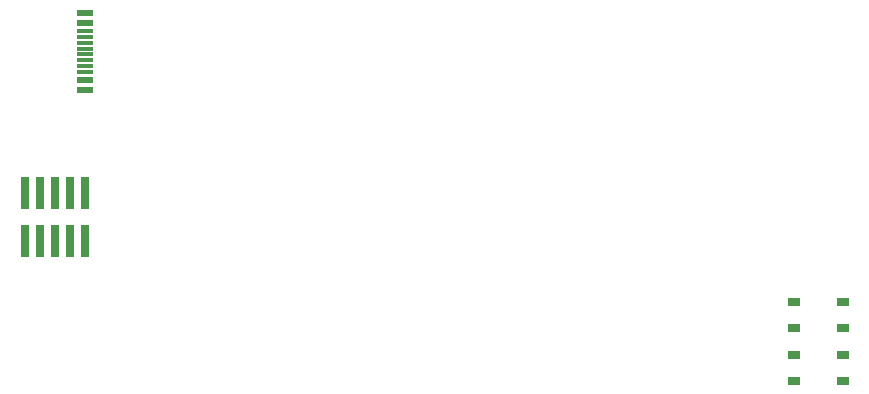
<source format=gbp>
%TF.GenerationSoftware,KiCad,Pcbnew,6.0.9-1.fc35*%
%TF.CreationDate,2023-01-18T17:07:39+00:00*%
%TF.ProjectId,grblPANEL,6772626c-5041-44e4-954c-2e6b69636164,rev?*%
%TF.SameCoordinates,Original*%
%TF.FileFunction,Paste,Bot*%
%TF.FilePolarity,Positive*%
%FSLAX46Y46*%
G04 Gerber Fmt 4.6, Leading zero omitted, Abs format (unit mm)*
G04 Created by KiCad (PCBNEW 6.0.9-1.fc35) date 2023-01-18 17:07:39*
%MOMM*%
%LPD*%
G01*
G04 APERTURE LIST*
%ADD10R,1.050000X0.650000*%
%ADD11R,0.740000X2.790000*%
%ADD12R,1.450000X0.600000*%
%ADD13R,1.450000X0.300000*%
G04 APERTURE END LIST*
D10*
X176675000Y-111225000D03*
X172525000Y-111225000D03*
X176675000Y-113375000D03*
X172525000Y-113375000D03*
D11*
X112540000Y-101532000D03*
X112540000Y-97468000D03*
X111270000Y-101532000D03*
X111270000Y-97468000D03*
X110000000Y-101532000D03*
X110000000Y-97468000D03*
X108730000Y-101532000D03*
X108730000Y-97468000D03*
X107460000Y-101532000D03*
X107460000Y-97468000D03*
D10*
X172525000Y-106725000D03*
X176675000Y-106725000D03*
X176675000Y-108875000D03*
X172525000Y-108875000D03*
D12*
X112545000Y-88750000D03*
X112545000Y-87950000D03*
D13*
X112545000Y-86750000D03*
X112545000Y-85750000D03*
X112545000Y-85250000D03*
X112545000Y-84250000D03*
D12*
X112545000Y-83050000D03*
X112545000Y-82250000D03*
X112545000Y-82250000D03*
X112545000Y-83050000D03*
D13*
X112545000Y-83750000D03*
X112545000Y-84750000D03*
X112545000Y-86250000D03*
X112545000Y-87250000D03*
D12*
X112545000Y-87950000D03*
X112545000Y-88750000D03*
M02*

</source>
